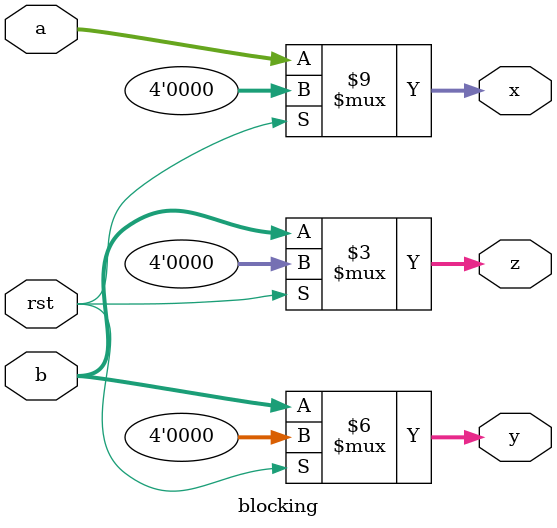
<source format=v>
module blocking(
  input rst,
  input [3:0]a,b,
  output reg [3:0]x,y,z);
  
  always@(*)begin
    if(rst)begin
      x=0;
      y=0;
      z=0;
    end
    else begin
      x = a ;
   	  y = b ;
      z = y ;
    end
  end
endmodule
      
    
  
  

</source>
